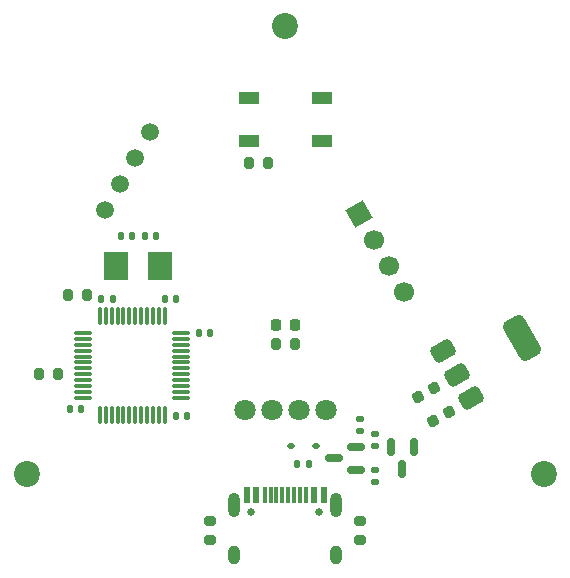
<source format=gbr>
%TF.GenerationSoftware,KiCad,Pcbnew,8.0.2*%
%TF.CreationDate,2024-05-13T19:17:35-04:00*%
%TF.ProjectId,BaseStation,42617365-5374-4617-9469-6f6e2e6b6963,rev?*%
%TF.SameCoordinates,Original*%
%TF.FileFunction,Soldermask,Top*%
%TF.FilePolarity,Negative*%
%FSLAX46Y46*%
G04 Gerber Fmt 4.6, Leading zero omitted, Abs format (unit mm)*
G04 Created by KiCad (PCBNEW 8.0.2) date 2024-05-13 19:17:35*
%MOMM*%
%LPD*%
G01*
G04 APERTURE LIST*
G04 Aperture macros list*
%AMRoundRect*
0 Rectangle with rounded corners*
0 $1 Rounding radius*
0 $2 $3 $4 $5 $6 $7 $8 $9 X,Y pos of 4 corners*
0 Add a 4 corners polygon primitive as box body*
4,1,4,$2,$3,$4,$5,$6,$7,$8,$9,$2,$3,0*
0 Add four circle primitives for the rounded corners*
1,1,$1+$1,$2,$3*
1,1,$1+$1,$4,$5*
1,1,$1+$1,$6,$7*
1,1,$1+$1,$8,$9*
0 Add four rect primitives between the rounded corners*
20,1,$1+$1,$2,$3,$4,$5,0*
20,1,$1+$1,$4,$5,$6,$7,0*
20,1,$1+$1,$6,$7,$8,$9,0*
20,1,$1+$1,$8,$9,$2,$3,0*%
%AMHorizOval*
0 Thick line with rounded ends*
0 $1 width*
0 $2 $3 position (X,Y) of the first rounded end (center of the circle)*
0 $4 $5 position (X,Y) of the second rounded end (center of the circle)*
0 Add line between two ends*
20,1,$1,$2,$3,$4,$5,0*
0 Add two circle primitives to create the rounded ends*
1,1,$1,$2,$3*
1,1,$1,$4,$5*%
%AMRotRect*
0 Rectangle, with rotation*
0 The origin of the aperture is its center*
0 $1 length*
0 $2 width*
0 $3 Rotation angle, in degrees counterclockwise*
0 Add horizontal line*
21,1,$1,$2,0,0,$3*%
G04 Aperture macros list end*
%ADD10C,1.500000*%
%ADD11C,1.800000*%
%ADD12R,2.000000X2.400000*%
%ADD13RoundRect,0.135000X-0.185000X0.135000X-0.185000X-0.135000X0.185000X-0.135000X0.185000X0.135000X0*%
%ADD14RoundRect,0.135000X0.185000X-0.135000X0.185000X0.135000X-0.185000X0.135000X-0.185000X-0.135000X0*%
%ADD15C,2.200000*%
%ADD16RoundRect,0.140000X-0.140000X-0.170000X0.140000X-0.170000X0.140000X0.170000X-0.140000X0.170000X0*%
%ADD17RoundRect,0.200000X-0.200000X-0.275000X0.200000X-0.275000X0.200000X0.275000X-0.200000X0.275000X0*%
%ADD18RoundRect,0.200000X0.200000X0.275000X-0.200000X0.275000X-0.200000X-0.275000X0.200000X-0.275000X0*%
%ADD19RoundRect,0.140000X0.140000X0.170000X-0.140000X0.170000X-0.140000X-0.170000X0.140000X-0.170000X0*%
%ADD20RoundRect,0.225000X0.069856X0.329006X-0.319856X0.104006X-0.069856X-0.329006X0.319856X-0.104006X0*%
%ADD21C,0.650000*%
%ADD22R,0.600000X1.450000*%
%ADD23R,0.300000X1.450000*%
%ADD24O,1.000000X2.100000*%
%ADD25O,1.000000X1.600000*%
%ADD26RoundRect,0.218750X-0.218750X-0.256250X0.218750X-0.256250X0.218750X0.256250X-0.218750X0.256250X0*%
%ADD27RoundRect,0.375000X-0.353766X-0.637260X0.728766X-0.012260X0.353766X0.637260X-0.728766X0.012260X0*%
%ADD28RoundRect,0.500000X0.266987X-1.462436X1.133013X-0.962436X-0.266987X1.462436X-1.133013X0.962436X0*%
%ADD29RoundRect,0.150000X0.587500X0.150000X-0.587500X0.150000X-0.587500X-0.150000X0.587500X-0.150000X0*%
%ADD30RoundRect,0.075000X-0.075000X0.662500X-0.075000X-0.662500X0.075000X-0.662500X0.075000X0.662500X0*%
%ADD31RoundRect,0.075000X-0.662500X0.075000X-0.662500X-0.075000X0.662500X-0.075000X0.662500X0.075000X0*%
%ADD32RoundRect,0.200000X-0.275000X0.200000X-0.275000X-0.200000X0.275000X-0.200000X0.275000X0.200000X0*%
%ADD33RoundRect,0.135000X0.135000X0.185000X-0.135000X0.185000X-0.135000X-0.185000X0.135000X-0.185000X0*%
%ADD34R,1.800000X1.100000*%
%ADD35RoundRect,0.112500X0.187500X0.112500X-0.187500X0.112500X-0.187500X-0.112500X0.187500X-0.112500X0*%
%ADD36RoundRect,0.150000X-0.150000X0.587500X-0.150000X-0.587500X0.150000X-0.587500X0.150000X0.587500X0*%
%ADD37RotRect,1.700000X1.700000X30.000000*%
%ADD38HorizOval,1.700000X0.000000X0.000000X0.000000X0.000000X0*%
G04 APERTURE END LIST*
D10*
%TO.C,J8*%
X63500000Y-66040000D03*
%TD*%
D11*
%TO.C,J2*%
X79629000Y-87337219D03*
%TD*%
D12*
%TO.C,Y2*%
X61904000Y-75184000D03*
X65604000Y-75184000D03*
%TD*%
D13*
%TO.C,R7*%
X83820000Y-92454000D03*
X83820000Y-93474000D03*
%TD*%
D14*
%TO.C,R9*%
X82550000Y-89156000D03*
X82550000Y-88136000D03*
%TD*%
D15*
%TO.C,REF\u002A\u002A*%
X98104570Y-92803828D03*
%TD*%
D16*
%TO.C,C7*%
X68862000Y-80822800D03*
X69822000Y-80822800D03*
%TD*%
D17*
%TO.C,R3*%
X57772800Y-77571600D03*
X59422800Y-77571600D03*
%TD*%
D18*
%TO.C,R5*%
X74739000Y-66446400D03*
X73089000Y-66446400D03*
%TD*%
D19*
%TO.C,C8*%
X61592400Y-77927200D03*
X60632400Y-77927200D03*
%TD*%
D11*
%TO.C,J5*%
X72771000Y-87337219D03*
%TD*%
%TO.C,J4*%
X75057000Y-87337219D03*
%TD*%
D10*
%TO.C,J6*%
X60960000Y-70439409D03*
%TD*%
D20*
%TO.C,C1*%
X90079170Y-87496500D03*
X88736830Y-88271500D03*
%TD*%
D16*
%TO.C,C5*%
X66931600Y-87884000D03*
X67891600Y-87884000D03*
%TD*%
D21*
%TO.C,J1*%
X73310000Y-95952000D03*
X79090000Y-95952000D03*
D22*
X72950000Y-94507000D03*
X73750000Y-94507000D03*
D23*
X74950000Y-94507000D03*
X75950000Y-94507000D03*
X76450000Y-94507000D03*
X77450000Y-94507000D03*
D22*
X78650000Y-94507000D03*
X79450000Y-94507000D03*
X79450000Y-94507000D03*
X78650000Y-94507000D03*
D23*
X77950000Y-94507000D03*
X76950000Y-94507000D03*
X75450000Y-94507000D03*
X74450000Y-94507000D03*
D22*
X73750000Y-94507000D03*
X72950000Y-94507000D03*
D24*
X71880000Y-95422000D03*
D25*
X71880000Y-99602000D03*
D24*
X80520000Y-95422000D03*
D25*
X80520000Y-99602000D03*
%TD*%
D13*
%TO.C,R8*%
X83820000Y-89406000D03*
X83820000Y-90426000D03*
%TD*%
D10*
%TO.C,J9*%
X64770000Y-63840295D03*
%TD*%
D26*
%TO.C,D1*%
X75412500Y-80137000D03*
X76987500Y-80137000D03*
%TD*%
D27*
%TO.C,U2*%
X89594020Y-82387142D03*
X90744020Y-84379000D03*
D28*
X96199980Y-81229000D03*
D27*
X91894020Y-86370858D03*
%TD*%
D16*
%TO.C,C3*%
X64290000Y-72644000D03*
X65250000Y-72644000D03*
%TD*%
D18*
%TO.C,R6*%
X77025000Y-81788000D03*
X75375000Y-81788000D03*
%TD*%
D29*
%TO.C,Q1*%
X82217500Y-92390000D03*
X82217500Y-90490000D03*
X80342500Y-91440000D03*
%TD*%
D16*
%TO.C,C9*%
X66017200Y-77927200D03*
X66977200Y-77927200D03*
%TD*%
D30*
%TO.C,U1*%
X65996000Y-79403500D03*
X65496000Y-79403500D03*
X64996000Y-79403500D03*
X64496000Y-79403500D03*
X63996000Y-79403500D03*
X63496000Y-79403500D03*
X62996000Y-79403500D03*
X62496000Y-79403500D03*
X61996000Y-79403500D03*
X61496000Y-79403500D03*
X60996000Y-79403500D03*
X60496000Y-79403500D03*
D31*
X59083500Y-80816000D03*
X59083500Y-81316000D03*
X59083500Y-81816000D03*
X59083500Y-82316000D03*
X59083500Y-82816000D03*
X59083500Y-83316000D03*
X59083500Y-83816000D03*
X59083500Y-84316000D03*
X59083500Y-84816000D03*
X59083500Y-85316000D03*
X59083500Y-85816000D03*
X59083500Y-86316000D03*
D30*
X60496000Y-87728500D03*
X60996000Y-87728500D03*
X61496000Y-87728500D03*
X61996000Y-87728500D03*
X62496000Y-87728500D03*
X62996000Y-87728500D03*
X63496000Y-87728500D03*
X63996000Y-87728500D03*
X64496000Y-87728500D03*
X64996000Y-87728500D03*
X65496000Y-87728500D03*
X65996000Y-87728500D03*
D31*
X67408500Y-86316000D03*
X67408500Y-85816000D03*
X67408500Y-85316000D03*
X67408500Y-84816000D03*
X67408500Y-84316000D03*
X67408500Y-83816000D03*
X67408500Y-83316000D03*
X67408500Y-82816000D03*
X67408500Y-82316000D03*
X67408500Y-81816000D03*
X67408500Y-81316000D03*
X67408500Y-80816000D03*
%TD*%
D20*
%TO.C,C2*%
X88809170Y-85464500D03*
X87466830Y-86239500D03*
%TD*%
D32*
%TO.C,R1*%
X69850000Y-96711000D03*
X69850000Y-98361000D03*
%TD*%
D15*
%TO.C,REF\u002A\u002A*%
X54295430Y-92803828D03*
%TD*%
D33*
%TO.C,R10*%
X78234000Y-91948000D03*
X77214000Y-91948000D03*
%TD*%
D15*
%TO.C,REF\u002A\u002A*%
X76200000Y-54864000D03*
%TD*%
D11*
%TO.C,J3*%
X77343000Y-87337219D03*
%TD*%
D32*
%TO.C,R2*%
X82550000Y-96711000D03*
X82550000Y-98361000D03*
%TD*%
D19*
%TO.C,C4*%
X63218000Y-72644000D03*
X62258000Y-72644000D03*
%TD*%
D34*
%TO.C,SW1*%
X73100000Y-60888000D03*
X79300000Y-60888000D03*
X73100000Y-64588000D03*
X79300000Y-64588000D03*
%TD*%
D17*
%TO.C,R4*%
X55309000Y-84328000D03*
X56959000Y-84328000D03*
%TD*%
D35*
%TO.C,D2*%
X78774000Y-90424000D03*
X76674000Y-90424000D03*
%TD*%
D19*
%TO.C,C6*%
X58928000Y-87274400D03*
X57968000Y-87274400D03*
%TD*%
D36*
%TO.C,Q3*%
X87056000Y-90502500D03*
X85156000Y-90502500D03*
X86106000Y-92377500D03*
%TD*%
D10*
%TO.C,J7*%
X62230000Y-68239705D03*
%TD*%
D37*
%TO.C,J10*%
X82406861Y-70756397D03*
D38*
X83676861Y-72956102D03*
X84946861Y-75155806D03*
X86216861Y-77355511D03*
%TD*%
M02*

</source>
